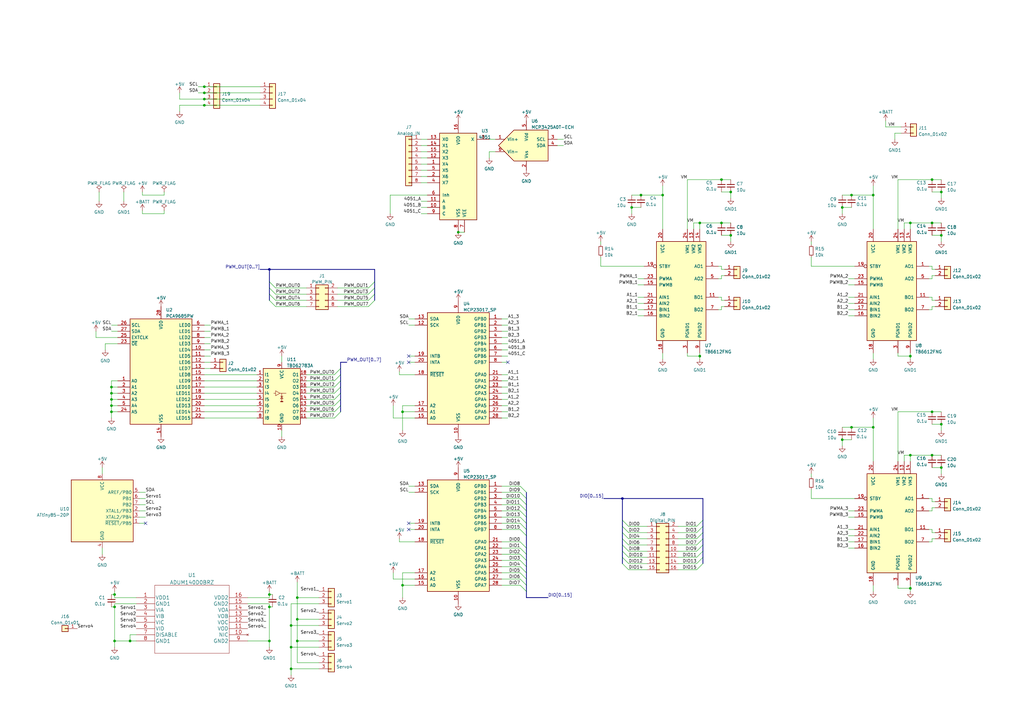
<source format=kicad_sch>
(kicad_sch (version 20211123) (generator eeschema)
  (paper "A3")
  (title_block (title "BCRC Dev-Board") (date "2022-04-24") (company "Lazuly - @Lazuly_tech"))
  (junction (at 386.08 191.77))
  (junction (at 45.72 166.37))
  (junction (at 255.27 204.47))
  (junction (at 386.08 96.52))
  (junction (at 165.1 168.91))
  (junction (at 295.91 73.66))
  (junction (at 121.92 245.11))
  (junction (at 83.82 43.18))
  (junction (at 262.89 80.01))
  (junction (at 121.92 254))
  (junction (at 373.38 186.69))
  (junction (at 382.27 91.44))
  (junction (at 119.38 274.32))
  (junction (at 373.38 91.44))
  (junction (at 121.92 262.89))
  (junction (at 287.02 91.44))
  (junction (at 259.08 85.09))
  (junction (at 386.08 173.99))
  (junction (at 299.72 78.74))
  (junction (at 45.72 163.83))
  (junction (at 349.25 80.01))
  (junction (at 345.44 85.09))
  (junction (at 110.49 110.49))
  (junction (at 373.38 241.3))
  (junction (at 53.34 262.89))
  (junction (at 345.44 180.34))
  (junction (at 295.91 91.44))
  (junction (at 46.99 243.84))
  (junction (at 110.49 248.92))
  (junction (at 287.02 146.05))
  (junction (at 382.27 168.91))
  (junction (at 187.96 95.25))
  (junction (at 373.38 146.05))
  (junction (at 358.14 175.26))
  (junction (at 271.78 80.01))
  (junction (at 110.49 262.89))
  (junction (at 46.99 262.89))
  (junction (at 299.72 96.52))
  (junction (at 382.27 73.66))
  (junction (at 45.72 158.75))
  (junction (at 358.14 80.01))
  (junction (at 165.1 240.03))
  (junction (at 83.82 38.1))
  (junction (at 45.72 168.91))
  (junction (at 46.99 248.92))
  (junction (at 349.25 175.26))
  (junction (at 83.82 40.64))
  (junction (at 119.38 265.43))
  (junction (at 386.08 78.74))
  (junction (at 110.49 243.84))
  (junction (at 119.38 256.54))
  (junction (at 45.72 161.29))
  (junction (at 382.27 186.69))
  (junction (at 83.82 35.56))
  (no_connect (at 59.69 214.63))
  (no_connect (at 167.64 217.17))
  (no_connect (at 167.64 148.59))
  (no_connect (at 167.64 146.05))
  (no_connect (at 167.64 214.63))
  (no_connect (at 208.28 148.59))
  (bus_entry (at 137.16 166.37) (size 2.54 -2.54))
  (bus_entry (at 137.16 168.91) (size 2.54 -2.54))
  (bus_entry (at 137.16 171.45) (size 2.54 -2.54))
  (bus_entry (at 137.16 153.67) (size 2.54 -2.54))
  (bus_entry (at 137.16 161.29) (size 2.54 -2.54))
  (bus_entry (at 137.16 163.83) (size 2.54 -2.54))
  (bus_entry (at 137.16 158.75) (size 2.54 -2.54))
  (bus_entry (at 137.16 156.21) (size 2.54 -2.54))
  (bus_entry (at 113.03 118.11) (size -2.54 -2.54))
  (bus_entry (at 113.03 120.65) (size -2.54 -2.54))
  (bus_entry (at 113.03 123.19) (size -2.54 -2.54))
  (bus_entry (at 113.03 125.73) (size -2.54 -2.54))
  (bus_entry (at 151.13 125.73) (size 2.54 -2.54))
  (bus_entry (at 151.13 123.19) (size 2.54 -2.54))
  (bus_entry (at 151.13 118.11) (size 2.54 -2.54))
  (bus_entry (at 151.13 120.65) (size 2.54 -2.54))
  (bus_entry (at 285.75 228.6) (size 2.54 -2.54))
  (bus_entry (at 285.75 223.52) (size 2.54 -2.54))
  (bus_entry (at 285.75 226.06) (size 2.54 -2.54))
  (bus_entry (at 285.75 231.14) (size 2.54 -2.54))
  (bus_entry (at 285.75 233.68) (size 2.54 -2.54))
  (bus_entry (at 285.75 220.98) (size 2.54 -2.54))
  (bus_entry (at 285.75 215.9) (size 2.54 -2.54))
  (bus_entry (at 285.75 218.44) (size 2.54 -2.54))
  (bus_entry (at 255.27 226.06) (size 2.54 2.54))
  (bus_entry (at 255.27 228.6) (size 2.54 2.54))
  (bus_entry (at 255.27 231.14) (size 2.54 2.54))
  (bus_entry (at 255.27 218.44) (size 2.54 2.54))
  (bus_entry (at 255.27 213.36) (size 2.54 2.54))
  (bus_entry (at 255.27 215.9) (size 2.54 2.54))
  (bus_entry (at 255.27 223.52) (size 2.54 2.54))
  (bus_entry (at 255.27 220.98) (size 2.54 2.54))
  (bus_entry (at 213.36 222.25) (size 2.54 2.54))
  (bus_entry (at 213.36 224.79) (size 2.54 2.54))
  (bus_entry (at 213.36 234.95) (size 2.54 2.54))
  (bus_entry (at 213.36 237.49) (size 2.54 2.54))
  (bus_entry (at 213.36 240.03) (size 2.54 2.54))
  (bus_entry (at 213.36 227.33) (size 2.54 2.54))
  (bus_entry (at 213.36 232.41) (size 2.54 2.54))
  (bus_entry (at 213.36 229.87) (size 2.54 2.54))
  (bus_entry (at 213.36 199.39) (size 2.54 2.54))
  (bus_entry (at 213.36 201.93) (size 2.54 2.54))
  (bus_entry (at 213.36 204.47) (size 2.54 2.54))
  (bus_entry (at 213.36 212.09) (size 2.54 2.54))
  (bus_entry (at 213.36 214.63) (size 2.54 2.54))
  (bus_entry (at 213.36 217.17) (size 2.54 2.54))
  (bus_entry (at 213.36 207.01) (size 2.54 2.54))
  (bus_entry (at 213.36 209.55) (size 2.54 2.54))
  (wire (pts (xy 172.72 57.15) (xy 175.26 57.15)))
  (wire (pts (xy 45.72 156.21) (xy 48.26 156.21)))
  (wire (pts (xy 295.91 127) (xy 295.91 125.73)))
  (wire (pts (xy 83.82 166.37) (xy 105.41 166.37)))
  (wire (pts (xy 382.27 208.28) (xy 383.54 208.28)))
  (wire (pts (xy 295.91 73.66) (xy 299.72 73.66)))
  (wire (pts (xy 347.98 124.46) (xy 350.52 124.46)))
  (wire (pts (xy 370.84 91.44) (xy 370.84 93.98)))
  (wire (pts (xy 45.72 166.37) (xy 48.26 166.37)))
  (bus (pts (xy 288.29 226.06) (xy 288.29 228.6)))
  (wire (pts (xy 347.98 209.55) (xy 350.52 209.55)))
  (wire (pts (xy 373.38 241.3) (xy 373.38 242.57)))
  (wire (pts (xy 138.43 125.73) (xy 151.13 125.73)))
  (wire (pts (xy 167.64 199.39) (xy 170.18 199.39)))
  (wire (pts (xy 370.84 186.69) (xy 370.84 189.23)))
  (wire (pts (xy 113.03 120.65) (xy 125.73 120.65)))
  (wire (pts (xy 261.62 127) (xy 264.16 127)))
  (wire (pts (xy 294.64 127) (xy 295.91 127)))
  (wire (pts (xy 125.73 171.45) (xy 137.16 171.45)))
  (wire (pts (xy 278.13 226.06) (xy 285.75 226.06)))
  (bus (pts (xy 255.27 215.9) (xy 255.27 213.36)))
  (wire (pts (xy 83.82 143.51) (xy 86.36 143.51)))
  (wire (pts (xy 115.57 176.53) (xy 115.57 179.07)))
  (wire (pts (xy 287.02 91.44) (xy 287.02 93.98)))
  (wire (pts (xy 368.3 73.66) (xy 368.3 93.98)))
  (wire (pts (xy 347.98 224.79) (xy 350.52 224.79)))
  (bus (pts (xy 288.29 215.9) (xy 288.29 218.44)))
  (wire (pts (xy 101.6 262.89) (xy 110.49 262.89)))
  (wire (pts (xy 205.74 222.25) (xy 213.36 222.25)))
  (wire (pts (xy 205.74 138.43) (xy 208.28 138.43)))
  (bus (pts (xy 288.29 204.47) (xy 288.29 213.36)))
  (wire (pts (xy 382.27 218.44) (xy 383.54 218.44)))
  (wire (pts (xy 119.38 256.54) (xy 130.81 256.54)))
  (wire (pts (xy 261.62 121.92) (xy 264.16 121.92)))
  (wire (pts (xy 200.66 57.15) (xy 203.2 57.15)))
  (wire (pts (xy 41.91 224.79) (xy 41.91 227.33)))
  (wire (pts (xy 121.92 262.89) (xy 130.81 262.89)))
  (wire (pts (xy 121.92 245.11) (xy 130.81 245.11)))
  (bus (pts (xy 153.67 118.11) (xy 153.67 115.57)))
  (wire (pts (xy 119.38 274.32) (xy 119.38 276.86)))
  (bus (pts (xy 255.27 213.36) (xy 255.27 204.47)))
  (wire (pts (xy 349.25 85.09) (xy 345.44 85.09)))
  (wire (pts (xy 165.1 234.95) (xy 165.1 240.03)))
  (wire (pts (xy 172.72 85.09) (xy 175.26 85.09)))
  (wire (pts (xy 358.14 144.78) (xy 358.14 147.32)))
  (wire (pts (xy 381 217.17) (xy 382.27 217.17)))
  (wire (pts (xy 101.6 247.65) (xy 110.49 247.65)))
  (wire (pts (xy 83.82 138.43) (xy 86.36 138.43)))
  (wire (pts (xy 205.74 212.09) (xy 213.36 212.09)))
  (wire (pts (xy 347.98 217.17) (xy 350.52 217.17)))
  (wire (pts (xy 278.13 215.9) (xy 285.75 215.9)))
  (wire (pts (xy 160.02 80.01) (xy 175.26 80.01)))
  (wire (pts (xy 281.94 73.66) (xy 295.91 73.66)))
  (wire (pts (xy 373.38 186.69) (xy 373.38 189.23)))
  (wire (pts (xy 382.27 127) (xy 382.27 125.73)))
  (wire (pts (xy 121.92 262.89) (xy 121.92 254)))
  (wire (pts (xy 278.13 220.98) (xy 285.75 220.98)))
  (wire (pts (xy 294.64 114.3) (xy 295.91 114.3)))
  (bus (pts (xy 255.27 226.06) (xy 255.27 223.52)))
  (wire (pts (xy 45.72 243.84) (xy 46.99 243.84)))
  (wire (pts (xy 83.82 43.18) (xy 106.68 43.18)))
  (wire (pts (xy 381 109.22) (xy 382.27 109.22)))
  (wire (pts (xy 57.15 204.47) (xy 59.69 204.47)))
  (wire (pts (xy 138.43 120.65) (xy 151.13 120.65)))
  (bus (pts (xy 215.9 237.49) (xy 215.9 240.03)))
  (wire (pts (xy 205.74 227.33) (xy 213.36 227.33)))
  (wire (pts (xy 205.74 146.05) (xy 208.28 146.05)))
  (wire (pts (xy 382.27 73.66) (xy 386.08 73.66)))
  (wire (pts (xy 205.74 232.41) (xy 213.36 232.41)))
  (wire (pts (xy 261.62 114.3) (xy 264.16 114.3)))
  (wire (pts (xy 281.94 73.66) (xy 281.94 93.98)))
  (bus (pts (xy 153.67 120.65) (xy 153.67 118.11)))
  (wire (pts (xy 332.74 105.41) (xy 332.74 109.22)))
  (wire (pts (xy 294.64 109.22) (xy 295.91 109.22)))
  (wire (pts (xy 110.49 243.84) (xy 110.49 242.57)))
  (wire (pts (xy 172.72 67.31) (xy 175.26 67.31)))
  (wire (pts (xy 55.88 260.35) (xy 53.34 260.35)))
  (wire (pts (xy 265.43 231.14) (xy 257.81 231.14)))
  (wire (pts (xy 43.18 140.97) (xy 48.26 140.97)))
  (wire (pts (xy 368.3 146.05) (xy 373.38 146.05)))
  (wire (pts (xy 205.74 234.95) (xy 213.36 234.95)))
  (bus (pts (xy 215.9 224.79) (xy 215.9 227.33)))
  (wire (pts (xy 83.82 168.91) (xy 105.41 168.91)))
  (wire (pts (xy 287.02 146.05) (xy 287.02 144.78)))
  (bus (pts (xy 139.7 158.75) (xy 139.7 156.21)))
  (wire (pts (xy 363.22 52.07) (xy 363.22 49.53)))
  (wire (pts (xy 58.42 87.63) (xy 67.31 87.63)))
  (wire (pts (xy 347.98 212.09) (xy 350.52 212.09)))
  (wire (pts (xy 205.74 207.01) (xy 213.36 207.01)))
  (wire (pts (xy 83.82 163.83) (xy 105.41 163.83)))
  (wire (pts (xy 295.91 78.74) (xy 299.72 78.74)))
  (wire (pts (xy 58.42 80.01) (xy 58.42 78.74)))
  (wire (pts (xy 205.74 168.91) (xy 208.28 168.91)))
  (wire (pts (xy 119.38 265.43) (xy 119.38 274.32)))
  (bus (pts (xy 215.9 209.55) (xy 215.9 212.09)))
  (wire (pts (xy 110.49 247.65) (xy 110.49 248.92)))
  (wire (pts (xy 81.28 38.1) (xy 83.82 38.1)))
  (wire (pts (xy 165.1 240.03) (xy 165.1 245.11)))
  (wire (pts (xy 167.64 146.05) (xy 170.18 146.05)))
  (wire (pts (xy 382.27 109.22) (xy 382.27 110.49)))
  (wire (pts (xy 265.43 233.68) (xy 257.81 233.68)))
  (wire (pts (xy 284.48 91.44) (xy 287.02 91.44)))
  (wire (pts (xy 382.27 222.25) (xy 382.27 220.98)))
  (wire (pts (xy 165.1 240.03) (xy 170.18 240.03)))
  (wire (pts (xy 57.15 212.09) (xy 59.69 212.09)))
  (wire (pts (xy 382.27 91.44) (xy 386.08 91.44)))
  (wire (pts (xy 295.91 113.03) (xy 297.18 113.03)))
  (bus (pts (xy 215.9 212.09) (xy 215.9 214.63)))
  (bus (pts (xy 247.65 204.47) (xy 255.27 204.47)))
  (wire (pts (xy 50.8 78.74) (xy 50.8 82.55)))
  (wire (pts (xy 386.08 191.77) (xy 386.08 194.31)))
  (wire (pts (xy 167.64 130.81) (xy 170.18 130.81)))
  (wire (pts (xy 382.27 113.03) (xy 383.54 113.03)))
  (wire (pts (xy 41.91 191.77) (xy 41.91 194.31)))
  (wire (pts (xy 358.14 80.01) (xy 349.25 80.01)))
  (wire (pts (xy 46.99 262.89) (xy 53.34 262.89)))
  (wire (pts (xy 228.6 57.15) (xy 231.14 57.15)))
  (wire (pts (xy 382.27 114.3) (xy 382.27 113.03)))
  (wire (pts (xy 53.34 260.35) (xy 53.34 262.89)))
  (wire (pts (xy 382.27 205.74) (xy 383.54 205.74)))
  (wire (pts (xy 382.27 220.98) (xy 383.54 220.98)))
  (wire (pts (xy 172.72 74.93) (xy 175.26 74.93)))
  (wire (pts (xy 278.13 218.44) (xy 285.75 218.44)))
  (wire (pts (xy 368.3 168.91) (xy 368.3 189.23)))
  (wire (pts (xy 138.43 118.11) (xy 151.13 118.11)))
  (bus (pts (xy 215.9 242.57) (xy 215.9 245.11)))
  (wire (pts (xy 205.74 140.97) (xy 208.28 140.97)))
  (wire (pts (xy 73.66 40.64) (xy 73.66 38.1)))
  (wire (pts (xy 295.91 121.92) (xy 295.91 123.19)))
  (wire (pts (xy 205.74 163.83) (xy 208.28 163.83)))
  (bus (pts (xy 215.9 219.71) (xy 215.9 224.79)))
  (wire (pts (xy 121.92 254) (xy 121.92 245.11)))
  (bus (pts (xy 110.49 120.65) (xy 110.49 123.19)))
  (wire (pts (xy 163.83 222.25) (xy 170.18 222.25)))
  (wire (pts (xy 386.08 173.99) (xy 386.08 176.53)))
  (wire (pts (xy 200.66 62.23) (xy 200.66 64.77)))
  (wire (pts (xy 382.27 125.73) (xy 383.54 125.73)))
  (wire (pts (xy 110.49 248.92) (xy 111.76 248.92)))
  (bus (pts (xy 153.67 115.57) (xy 153.67 110.49)))
  (wire (pts (xy 205.74 166.37) (xy 208.28 166.37)))
  (bus (pts (xy 215.9 240.03) (xy 215.9 242.57)))
  (bus (pts (xy 255.27 218.44) (xy 255.27 215.9)))
  (bus (pts (xy 288.29 218.44) (xy 288.29 220.98)))
  (wire (pts (xy 83.82 151.13) (xy 86.36 151.13)))
  (wire (pts (xy 332.74 200.66) (xy 332.74 204.47)))
  (wire (pts (xy 281.94 144.78) (xy 281.94 146.05)))
  (wire (pts (xy 101.6 245.11) (xy 110.49 245.11)))
  (wire (pts (xy 43.18 140.97) (xy 43.18 143.51)))
  (wire (pts (xy 295.91 109.22) (xy 295.91 110.49)))
  (wire (pts (xy 119.38 274.32) (xy 130.81 274.32)))
  (wire (pts (xy 373.38 186.69) (xy 382.27 186.69)))
  (wire (pts (xy 172.72 62.23) (xy 175.26 62.23)))
  (wire (pts (xy 261.62 116.84) (xy 264.16 116.84)))
  (wire (pts (xy 45.72 248.92) (xy 46.99 248.92)))
  (wire (pts (xy 172.72 82.55) (xy 175.26 82.55)))
  (wire (pts (xy 205.74 204.47) (xy 213.36 204.47)))
  (wire (pts (xy 121.92 271.78) (xy 121.92 262.89)))
  (wire (pts (xy 205.74 171.45) (xy 208.28 171.45)))
  (wire (pts (xy 373.38 91.44) (xy 382.27 91.44)))
  (wire (pts (xy 67.31 80.01) (xy 58.42 80.01)))
  (wire (pts (xy 57.15 214.63) (xy 59.69 214.63)))
  (wire (pts (xy 167.64 201.93) (xy 170.18 201.93)))
  (wire (pts (xy 165.1 234.95) (xy 170.18 234.95)))
  (wire (pts (xy 246.38 99.06) (xy 246.38 100.33)))
  (wire (pts (xy 45.72 158.75) (xy 45.72 161.29)))
  (wire (pts (xy 121.92 238.76) (xy 121.92 245.11)))
  (wire (pts (xy 205.74 135.89) (xy 208.28 135.89)))
  (wire (pts (xy 67.31 78.74) (xy 67.31 80.01)))
  (wire (pts (xy 278.13 231.14) (xy 285.75 231.14)))
  (wire (pts (xy 381 114.3) (xy 382.27 114.3)))
  (wire (pts (xy 125.73 153.67) (xy 137.16 153.67)))
  (wire (pts (xy 58.42 86.36) (xy 58.42 87.63)))
  (bus (pts (xy 215.9 232.41) (xy 215.9 234.95)))
  (wire (pts (xy 83.82 40.64) (xy 106.68 40.64)))
  (wire (pts (xy 381 209.55) (xy 382.27 209.55)))
  (bus (pts (xy 215.9 227.33) (xy 215.9 229.87)))
  (wire (pts (xy 373.38 146.05) (xy 373.38 147.32)))
  (wire (pts (xy 39.37 138.43) (xy 48.26 138.43)))
  (wire (pts (xy 205.74 158.75) (xy 208.28 158.75)))
  (wire (pts (xy 205.74 199.39) (xy 213.36 199.39)))
  (wire (pts (xy 262.89 80.01) (xy 259.08 80.01)))
  (bus (pts (xy 215.9 229.87) (xy 215.9 232.41)))
  (wire (pts (xy 83.82 43.18) (xy 73.66 43.18)))
  (wire (pts (xy 265.43 223.52) (xy 257.81 223.52)))
  (wire (pts (xy 119.38 256.54) (xy 119.38 265.43)))
  (wire (pts (xy 345.44 180.34) (xy 345.44 182.88)))
  (wire (pts (xy 295.91 125.73) (xy 297.18 125.73)))
  (wire (pts (xy 205.74 133.35) (xy 208.28 133.35)))
  (wire (pts (xy 45.72 166.37) (xy 45.72 168.91)))
  (wire (pts (xy 382.27 78.74) (xy 386.08 78.74)))
  (wire (pts (xy 138.43 123.19) (xy 151.13 123.19)))
  (wire (pts (xy 358.14 171.45) (xy 358.14 175.26)))
  (wire (pts (xy 332.74 204.47) (xy 350.52 204.47)))
  (wire (pts (xy 45.72 156.21) (xy 45.72 158.75)))
  (wire (pts (xy 299.72 78.74) (xy 299.72 81.28)))
  (wire (pts (xy 347.98 116.84) (xy 350.52 116.84)))
  (wire (pts (xy 228.6 59.69) (xy 231.14 59.69)))
  (wire (pts (xy 205.74 156.21) (xy 208.28 156.21)))
  (wire (pts (xy 161.29 171.45) (xy 170.18 171.45)))
  (wire (pts (xy 110.49 248.92) (xy 110.49 262.89)))
  (wire (pts (xy 271.78 80.01) (xy 262.89 80.01)))
  (wire (pts (xy 55.88 245.11) (xy 46.99 245.11)))
  (wire (pts (xy 203.2 62.23) (xy 200.66 62.23)))
  (wire (pts (xy 83.82 156.21) (xy 105.41 156.21)))
  (wire (pts (xy 287.02 146.05) (xy 287.02 147.32)))
  (wire (pts (xy 265.43 220.98) (xy 257.81 220.98)))
  (wire (pts (xy 259.08 85.09) (xy 259.08 87.63)))
  (wire (pts (xy 347.98 114.3) (xy 350.52 114.3)))
  (bus (pts (xy 215.9 245.11) (xy 224.79 245.11)))
  (bus (pts (xy 153.67 123.19) (xy 153.67 120.65)))
  (wire (pts (xy 381 127) (xy 382.27 127)))
  (bus (pts (xy 139.7 168.91) (xy 139.7 166.37)))
  (wire (pts (xy 165.1 166.37) (xy 165.1 168.91)))
  (bus (pts (xy 215.9 217.17) (xy 215.9 219.71)))
  (wire (pts (xy 113.03 125.73) (xy 125.73 125.73)))
  (bus (pts (xy 255.27 231.14) (xy 255.27 228.6)))
  (wire (pts (xy 113.03 118.11) (xy 125.73 118.11)))
  (wire (pts (xy 167.64 214.63) (xy 170.18 214.63)))
  (bus (pts (xy 215.9 207.01) (xy 215.9 209.55)))
  (wire (pts (xy 53.34 262.89) (xy 55.88 262.89)))
  (wire (pts (xy 125.73 168.91) (xy 137.16 168.91)))
  (wire (pts (xy 205.74 148.59) (xy 208.28 148.59)))
  (wire (pts (xy 205.74 161.29) (xy 208.28 161.29)))
  (wire (pts (xy 381 222.25) (xy 382.27 222.25)))
  (wire (pts (xy 295.91 123.19) (xy 297.18 123.19)))
  (wire (pts (xy 121.92 271.78) (xy 130.81 271.78)))
  (wire (pts (xy 125.73 161.29) (xy 137.16 161.29)))
  (wire (pts (xy 368.3 240.03) (xy 368.3 241.3)))
  (wire (pts (xy 125.73 163.83) (xy 137.16 163.83)))
  (wire (pts (xy 119.38 265.43) (xy 130.81 265.43)))
  (wire (pts (xy 45.72 135.89) (xy 48.26 135.89)))
  (wire (pts (xy 373.38 241.3) (xy 373.38 240.03)))
  (wire (pts (xy 205.74 224.79) (xy 213.36 224.79)))
  (wire (pts (xy 332.74 109.22) (xy 350.52 109.22)))
  (bus (pts (xy 255.27 220.98) (xy 255.27 218.44)))
  (wire (pts (xy 67.31 87.63) (xy 67.31 86.36)))
  (wire (pts (xy 370.84 186.69) (xy 373.38 186.69)))
  (wire (pts (xy 83.82 135.89) (xy 86.36 135.89)))
  (wire (pts (xy 205.74 201.93) (xy 213.36 201.93)))
  (wire (pts (xy 45.72 158.75) (xy 48.26 158.75)))
  (wire (pts (xy 369.57 54.61) (xy 367.03 54.61)))
  (wire (pts (xy 119.38 247.65) (xy 119.38 256.54)))
  (wire (pts (xy 246.38 109.22) (xy 264.16 109.22)))
  (wire (pts (xy 345.44 85.09) (xy 345.44 87.63)))
  (bus (pts (xy 139.7 153.67) (xy 139.7 151.13)))
  (bus (pts (xy 139.7 161.29) (xy 139.7 158.75)))
  (bus (pts (xy 110.49 110.49) (xy 153.67 110.49)))
  (wire (pts (xy 278.13 233.68) (xy 285.75 233.68)))
  (wire (pts (xy 261.62 129.54) (xy 264.16 129.54)))
  (wire (pts (xy 83.82 140.97) (xy 86.36 140.97)))
  (wire (pts (xy 172.72 72.39) (xy 175.26 72.39)))
  (wire (pts (xy 115.57 146.05) (xy 115.57 148.59)))
  (wire (pts (xy 130.81 247.65) (xy 119.38 247.65)))
  (wire (pts (xy 368.3 241.3) (xy 373.38 241.3)))
  (wire (pts (xy 39.37 135.89) (xy 39.37 138.43)))
  (wire (pts (xy 161.29 237.49) (xy 161.29 234.95)))
  (wire (pts (xy 381 121.92) (xy 382.27 121.92)))
  (wire (pts (xy 163.83 220.98) (xy 163.83 222.25)))
  (bus (pts (xy 288.29 220.98) (xy 288.29 223.52)))
  (wire (pts (xy 46.99 247.65) (xy 46.99 248.92)))
  (wire (pts (xy 83.82 161.29) (xy 105.41 161.29)))
  (wire (pts (xy 373.38 91.44) (xy 373.38 93.98)))
  (wire (pts (xy 45.72 163.83) (xy 48.26 163.83)))
  (wire (pts (xy 83.82 148.59) (xy 86.36 148.59)))
  (wire (pts (xy 382.27 168.91) (xy 386.08 168.91)))
  (wire (pts (xy 358.14 240.03) (xy 358.14 242.57)))
  (wire (pts (xy 83.82 133.35) (xy 86.36 133.35)))
  (bus (pts (xy 139.7 156.21) (xy 139.7 153.67)))
  (wire (pts (xy 381 204.47) (xy 382.27 204.47)))
  (wire (pts (xy 83.82 171.45) (xy 105.41 171.45)))
  (wire (pts (xy 382.27 123.19) (xy 383.54 123.19)))
  (bus (pts (xy 139.7 151.13) (xy 139.7 148.59)))
  (bus (pts (xy 288.29 223.52) (xy 288.29 226.06)))
  (wire (pts (xy 358.14 175.26) (xy 358.14 189.23)))
  (wire (pts (xy 57.15 207.01) (xy 59.69 207.01)))
  (wire (pts (xy 205.74 229.87) (xy 213.36 229.87)))
  (wire (pts (xy 81.28 35.56) (xy 83.82 35.56)))
  (wire (pts (xy 45.72 168.91) (xy 48.26 168.91)))
  (wire (pts (xy 386.08 78.74) (xy 386.08 81.28)))
  (wire (pts (xy 83.82 35.56) (xy 106.68 35.56)))
  (wire (pts (xy 265.43 226.06) (xy 257.81 226.06)))
  (wire (pts (xy 287.02 91.44) (xy 295.91 91.44)))
  (wire (pts (xy 205.74 217.17) (xy 213.36 217.17)))
  (wire (pts (xy 382.27 110.49) (xy 383.54 110.49)))
  (wire (pts (xy 163.83 153.67) (xy 170.18 153.67)))
  (wire (pts (xy 205.74 143.51) (xy 208.28 143.51)))
  (wire (pts (xy 73.66 43.18) (xy 73.66 45.72)))
  (wire (pts (xy 386.08 96.52) (xy 386.08 99.06)))
  (wire (pts (xy 382.27 217.17) (xy 382.27 218.44)))
  (wire (pts (xy 165.1 168.91) (xy 170.18 168.91)))
  (wire (pts (xy 332.74 99.06) (xy 332.74 100.33)))
  (wire (pts (xy 367.03 54.61) (xy 367.03 57.15)))
  (wire (pts (xy 347.98 219.71) (xy 350.52 219.71)))
  (wire (pts (xy 45.72 168.91) (xy 45.72 171.45)))
  (wire (pts (xy 370.84 91.44) (xy 373.38 91.44)))
  (wire (pts (xy 167.64 133.35) (xy 170.18 133.35)))
  (wire (pts (xy 382.27 209.55) (xy 382.27 208.28)))
  (wire (pts (xy 110.49 245.11) (xy 110.49 243.84)))
  (bus (pts (xy 215.9 234.95) (xy 215.9 237.49)))
  (wire (pts (xy 121.92 254) (xy 130.81 254)))
  (wire (pts (xy 382.27 173.99) (xy 386.08 173.99)))
  (wire (pts (xy 299.72 96.52) (xy 299.72 99.06)))
  (bus (pts (xy 288.29 213.36) (xy 288.29 215.9)))
  (bus (pts (xy 110.49 110.49) (xy 110.49 115.57)))
  (wire (pts (xy 373.38 146.05) (xy 373.38 144.78)))
  (wire (pts (xy 45.72 133.35) (xy 48.26 133.35)))
  (wire (pts (xy 347.98 127) (xy 350.52 127)))
  (wire (pts (xy 125.73 166.37) (xy 137.16 166.37)))
  (wire (pts (xy 45.72 161.29) (xy 48.26 161.29)))
  (wire (pts (xy 294.64 121.92) (xy 295.91 121.92)))
  (wire (pts (xy 205.74 209.55) (xy 213.36 209.55)))
  (bus (pts (xy 288.29 228.6) (xy 288.29 231.14)))
  (wire (pts (xy 265.43 228.6) (xy 257.81 228.6)))
  (wire (pts (xy 83.82 146.05) (xy 86.36 146.05)))
  (wire (pts (xy 261.62 124.46) (xy 264.16 124.46)))
  (wire (pts (xy 358.14 76.2) (xy 358.14 80.01)))
  (wire (pts (xy 83.82 40.64) (xy 73.66 40.64)))
  (bus (pts (xy 215.9 214.63) (xy 215.9 217.17)))
  (wire (pts (xy 205.74 237.49) (xy 213.36 237.49)))
  (wire (pts (xy 382.27 204.47) (xy 382.27 205.74)))
  (wire (pts (xy 163.83 152.4) (xy 163.83 153.67)))
  (wire (pts (xy 46.99 265.43) (xy 46.99 262.89)))
  (wire (pts (xy 165.1 166.37) (xy 170.18 166.37)))
  (wire (pts (xy 349.25 175.26) (xy 345.44 175.26)))
  (wire (pts (xy 172.72 87.63) (xy 175.26 87.63)))
  (wire (pts (xy 160.02 80.01) (xy 160.02 87.63)))
  (bus (pts (xy 110.49 115.57) (xy 110.49 118.11)))
  (wire (pts (xy 368.3 73.66) (xy 382.27 73.66)))
  (bus (pts (xy 255.27 228.6) (xy 255.27 226.06)))
  (wire (pts (xy 167.64 148.59) (xy 170.18 148.59)))
  (wire (pts (xy 382.27 191.77) (xy 386.08 191.77)))
  (wire (pts (xy 187.96 95.25) (xy 190.5 95.25)))
  (wire (pts (xy 278.13 223.52) (xy 285.75 223.52)))
  (wire (pts (xy 161.29 166.37) (xy 161.29 171.45)))
  (wire (pts (xy 110.49 243.84) (xy 111.76 243.84)))
  (wire (pts (xy 205.74 214.63) (xy 213.36 214.63)))
  (wire (pts (xy 172.72 59.69) (xy 175.26 59.69)))
  (wire (pts (xy 265.43 218.44) (xy 257.81 218.44)))
  (wire (pts (xy 265.43 215.9) (xy 257.81 215.9)))
  (wire (pts (xy 368.3 144.78) (xy 368.3 146.05)))
  (wire (pts (xy 347.98 129.54) (xy 350.52 129.54)))
  (wire (pts (xy 271.78 144.78) (xy 271.78 147.32)))
  (wire (pts (xy 172.72 69.85) (xy 175.26 69.85)))
  (wire (pts (xy 349.25 80.01) (xy 345.44 80.01)))
  (bus (pts (xy 255.27 223.52) (xy 255.27 220.98)))
  (wire (pts (xy 125.73 158.75) (xy 137.16 158.75)))
  (wire (pts (xy 246.38 105.41) (xy 246.38 109.22)))
  (wire (pts (xy 347.98 121.92) (xy 350.52 121.92)))
  (wire (pts (xy 382.27 121.92) (xy 382.27 123.19)))
  (wire (pts (xy 358.14 80.01) (xy 358.14 93.98)))
  (wire (pts (xy 278.13 228.6) (xy 285.75 228.6)))
  (wire (pts (xy 57.15 201.93) (xy 59.69 201.93)))
  (wire (pts (xy 262.89 85.09) (xy 259.08 85.09)))
  (bus (pts (xy 139.7 163.83) (xy 139.7 161.29)))
  (wire (pts (xy 40.64 78.74) (xy 40.64 82.55)))
  (wire (pts (xy 172.72 64.77) (xy 175.26 64.77)))
  (wire (pts (xy 281.94 146.05) (xy 287.02 146.05)))
  (wire (pts (xy 271.78 76.2) (xy 271.78 80.01)))
  (wire (pts (xy 295.91 96.52) (xy 299.72 96.52)))
  (wire (pts (xy 83.82 158.75) (xy 105.41 158.75)))
  (wire (pts (xy 113.03 123.19) (xy 125.73 123.19)))
  (wire (pts (xy 271.78 80.01) (xy 271.78 93.98)))
  (wire (pts (xy 358.14 175.26) (xy 349.25 175.26)))
  (wire (pts (xy 161.29 237.49) (xy 170.18 237.49)))
  (wire (pts (xy 205.74 130.81) (xy 208.28 130.81)))
  (wire (pts (xy 347.98 222.25) (xy 350.52 222.25)))
  (wire (pts (xy 110.49 262.89) (xy 110.49 265.43)))
  (wire (pts (xy 55.88 247.65) (xy 46.99 247.65)))
  (wire (pts (xy 205.74 240.03) (xy 213.36 240.03)))
  (wire (pts (xy 382.27 96.52) (xy 386.08 96.52)))
  (wire (pts (xy 83.82 153.67) (xy 105.41 153.67)))
  (wire (pts (xy 382.27 186.69) (xy 386.08 186.69)))
  (wire (pts (xy 284.48 91.44) (xy 284.48 93.98)))
  (wire (pts (xy 57.15 209.55) (xy 59.69 209.55)))
  (wire (pts (xy 363.22 52.07) (xy 369.57 52.07)))
  (wire (pts (xy 349.25 180.34) (xy 345.44 180.34)))
  (wire (pts (xy 83.82 38.1) (xy 106.68 38.1)))
  (bus (pts (xy 106.68 110.49) (xy 110.49 110.49)))
  (wire (pts (xy 46.99 245.11) (xy 46.99 243.84)))
  (bus (pts (xy 139.7 166.37) (xy 139.7 163.83)))
  (wire (pts (xy 295.91 91.44) (xy 299.72 91.44)))
  (wire (pts (xy 125.73 156.21) (xy 137.16 156.21)))
  (wire (pts (xy 45.72 161.29) (xy 45.72 163.83)))
  (bus (pts (xy 139.7 148.59) (xy 142.24 148.59)))
  (bus (pts (xy 110.49 118.11) (xy 110.49 120.65)))
  (wire (pts (xy 165.1 168.91) (xy 165.1 176.53)))
  (wire (pts (xy 45.72 163.83) (xy 45.72 166.37)))
  (wire (pts (xy 295.91 110.49) (xy 297.18 110.49)))
  (bus (pts (xy 255.27 204.47) (xy 288.29 204.47)))
  (wire (pts (xy 295.91 114.3) (xy 295.91 113.03)))
  (wire (pts (xy 46.99 248.92) (xy 46.99 262.89)))
  (bus (pts (xy 215.9 204.47) (xy 215.9 207.01)))
  (wire (pts (xy 205.74 153.67) (xy 208.28 153.67)))
  (wire (pts (xy 46.99 243.84) (xy 46.99 242.57)))
  (wire (pts (xy 332.74 194.31) (xy 332.74 195.58)))
  (wire (pts (xy 368.3 168.91) (xy 382.27 168.91)))
  (wire (pts (xy 167.64 217.17) (xy 170.18 217.17)))
  (bus (pts (xy 215.9 201.93) (xy 215.9 204.47)))
  (label "VM" (at 368.3 73.66 180))
  (label "Servo4" (at 55.88 257.81 180))
  (label "DIO3" (at 285.75 218.44 180))
  (label "Servo1" (at 55.88 250.19 180))
  (label "PWMA_1" (at 261.62 114.3 180))
  (label "PWM_OUT0" (at 127 153.67 0))
  (label "DIO14" (at 213.36 214.63 180))
  (label "A1_1" (at 261.62 121.92 180))
  (label "PWM_OUT4" (at 127 163.83 0))
  (label "DIO6" (at 257.81 223.52 0))
  (label "SDA" (at 167.64 130.81 180))
  (label "A2_3" (at 347.98 219.71 180))
  (label "VM" (at 367.03 52.07 180))
  (label "B2_2" (at 347.98 129.54 180))
  (label "PWMB_1" (at 86.36 135.89 0))
  (label "B2_1" (at 261.62 129.54 180))
  (label "4051_A" (at 172.72 82.55 180))
  (label "DIO12" (at 213.36 209.55 180))
  (label "A2_1" (at 261.62 124.46 180))
  (label "B2_3" (at 347.98 224.79 180))
  (label "VM" (at 370.84 91.44 180))
  (label "Servo2" (at 59.69 209.55 0))
  (label "A2_3" (at 208.28 133.35 0))
  (label "B1_2" (at 347.98 127 180))
  (label "A1_2" (at 347.98 121.92 180))
  (label "DIO11" (at 285.75 228.6 180))
  (label "DIO1" (at 285.75 215.9 180))
  (label "PWM_OUT3" (at 140.8697 120.65 0))
  (label "PWM_OUT7" (at 127 171.45 0))
  (label "Servo3" (at 59.69 212.09 0))
  (label "4051_C" (at 172.72 87.63 180))
  (label "DIO13" (at 213.36 212.09 180))
  (label "DIO13" (at 285.75 231.14 180))
  (label "VM" (at 284.48 91.44 180))
  (label "4051_B" (at 172.72 85.09 180))
  (label "DIO5" (at 213.36 234.95 180))
  (label "VM" (at 281.94 73.66 180))
  (label "PWMB_3" (at 86.36 146.05 0))
  (label "DIO[0..15]" (at 247.65 204.47 180))
  (label "PWM_OUT2" (at 127.1003 158.75 0))
  (label "DIO15" (at 213.36 217.17 180))
  (label "DIO8" (at 213.36 199.39 180))
  (label "PWM_OUT0" (at 123.19 118.11 180))
  (label "Servo1_" (at 101.6 250.19 0))
  (label "PWMB_2" (at 86.36 140.97 0))
  (label "PWMB_3" (at 347.98 212.09 180))
  (label "SDA" (at 231.14 59.69 0))
  (label "B1_1" (at 261.62 127 180))
  (label "DIO3" (at 213.36 229.87 180))
  (label "PWMA_2" (at 86.36 138.43 0))
  (label "SCL" (at 167.64 201.93 180))
  (label "4051_A" (at 208.28 140.97 0))
  (label "PWM_OUT2" (at 123.19 120.65 180))
  (label "SCL" (at 231.14 57.15 0))
  (label "DIO11" (at 213.36 207.01 180))
  (label "A2_1" (at 208.28 156.21 0))
  (label "DIO7" (at 213.36 240.03 180))
  (label "DIO7" (at 285.75 223.52 180))
  (label "DIO15" (at 285.75 233.68 180))
  (label "PWM_OUT5" (at 127 166.37 0))
  (label "DIO0" (at 213.36 222.25 180))
  (label "PWM_OUT7" (at 140.97 125.73 0))
  (label "VM" (at 368.3 168.91 180))
  (label "Servo4" (at 31.75 257.81 0))
  (label "DIO6" (at 213.36 237.49 180))
  (label "A1_3" (at 347.98 217.17 180))
  (label "B2_3" (at 208.28 138.43 0))
  (label "PWMA_3" (at 347.98 209.55 180))
  (label "4051_B" (at 208.28 143.51 0))
  (label "SDA" (at 59.69 201.93 0))
  (label "DIO1" (at 213.36 224.79 180))
  (label "DIO10" (at 213.36 204.47 180))
  (label "PWMA_2" (at 347.98 114.3 180))
  (label "PWM_OUT1" (at 127 156.21 0))
  (label "B1_3" (at 347.98 222.25 180))
  (label "PWM_OUT6" (at 126.9349 168.91 0))
  (label "A1_3" (at 208.28 130.81 0))
  (label "SCL" (at 81.28 35.56 180))
  (label "DIO4" (at 213.36 232.41 180))
  (label "DIO9" (at 213.36 201.93 180))
  (label "DIO4" (at 257.81 220.98 0))
  (label "DIO10" (at 257.81 228.6 0))
  (label "DIO[0..15]" (at 224.79 245.11 0))
  (label "Servo3" (at 55.88 255.27 180))
  (label "PWM_OUT6" (at 123.19 125.73 180))
  (label "PWM_OUT5" (at 140.97 123.19 0))
  (label "DIO12" (at 257.81 231.14 0))
  (label "SCL" (at 167.64 133.35 180))
  (label "SCL" (at 59.69 207.01 0))
  (label "A1_2" (at 208.28 163.83 0))
  (label "SDA" (at 167.64 199.39 180))
  (label "DIO0" (at 257.81 215.9 0))
  (label "PWM_OUT3" (at 127 161.29 0))
  (label "PWMA_1" (at 86.36 133.35 0))
  (label "Servo3_" (at 101.6 255.27 0))
  (label "DIO2" (at 213.36 227.33 180))
  (label "PWMB_1" (at 261.62 116.84 180))
  (label "B1_3" (at 208.28 135.89 0))
  (label "Servo4_" (at 130.81 269.24 180))
  (label "DIO8" (at 257.81 226.06 0))
  (label "PWMB_2" (at 347.98 116.84 180))
  (label "B1_1" (at 208.28 158.75 0))
  (label "A2_2" (at 347.98 124.46 180))
  (label "PWMA_3" (at 86.36 143.51 0))
  (label "Servo1" (at 59.69 204.47 0))
  (label "B1_2" (at 208.28 168.91 0))
  (label "B2_2" (at 208.28 171.45 0))
  (label "Servo4_" (at 101.6 257.81 0))
  (label "Servo2" (at 55.88 252.73 180))
  (label "PWM_OUT1" (at 140.97 118.11 0))
  (label "DIO14" (at 257.81 233.68 0))
  (label "PWM_OUT[0..7]" (at 142.24 148.59 0))
  (label "Servo1_" (at 130.81 242.57 180))
  (label "A1_1" (at 208.28 153.67 0))
  (label "B2_1" (at 208.28 161.29 0))
  (label "Servo2_" (at 130.81 251.46 180))
  (label "PWM_OUT[0..7]" (at 106.68 110.49 180))
  (label "PWM_OUT4" (at 123.19 123.19 180))
  (label "VM" (at 370.84 186.69 180))
  (label "Servo2_" (at 101.6 252.73 0))
  (label "SCL" (at 45.72 133.35 180))
  (label "A2_2" (at 208.28 166.37 0))
  (label "SDA" (at 81.28 38.1 180))
  (label "SDA" (at 45.72 135.89 180))
  (label "DIO9" (at 285.75 226.06 180))
  (label "DIO2" (at 257.81 218.44 0))
  (label "4051_C" (at 208.28 146.05 0))
  (label "DIO5" (at 285.75 220.98 180))
  (label "Servo3_" (at 130.81 260.35 180))
  (symbol (lib_id "Device:C_Small") (at 382.27 76.2 0) (unit 1)
    (property "Reference" "C13" (at 375.92 74.93 0) (effects (justify left)))
    (property "Value" "0.1u" (at 375.92 77.4669 0) (effects (justify left)))
    (property "Footprint" "Capacitor_SMD:C_0603_1608Metric_Pad1.08x0.95mm_HandSolder" (effects hide))
  )
  (symbol (lib_id "Connector_Generic:Conn_01x02") (at 302.26 123.19 0) (unit 1)
    (property "Reference" "J10" (at 304.292 123.6253 0) (effects (justify left)))
    (property "Value" "Conn_01x02" (at 304.292 126.1622 0) (effects (justify left)))
    (property "Footprint" "Connector_JST:JST_XH_B2B-XH-A_1x02_P2.50mm_Vertical" (effects hide))
  )
  (symbol (lib_id "Connector_Generic:Conn_01x02") (at 388.62 218.44 0) (unit 1)
    (property "Reference" "J15" (at 390.652 218.8753 0) (effects (justify left)))
    (property "Value" "Conn_01x02" (at 390.652 221.4122 0) (effects (justify left)))
    (property "Footprint" "Connector_JST:JST_XH_B2B-XH-A_1x02_P2.50mm_Vertical" (effects hide))
  )
  (symbol (lib_id "Connector_Generic:Conn_01x03") (at 135.89 254 0) (unit 1)
    (property "Reference" "J4" (at 137.922 253.1653 0) (effects (justify left)))
    (property "Value" "Servo2" (at 137.922 255.7022 0) (effects (justify left)))
    (property "Footprint" "Connector_PinHeader_2.54mm:PinHeader_1x03_P2.54mm_Vertical" (effects hide))
  )
  (symbol (lib_id "power:GND") (at 41.91 227.33 0) (unit 1)
    (property "Reference" "#PWR021" (effects hide))
    (property "Value" "GND" (at 41.91 231.7734 0))
  )
  (symbol (lib_id "power:GND1") (at 386.08 99.06 0) (unit 1)
    (property "Reference" "#PWR056" (effects hide))
    (property "Value" "GND1" (at 386.08 103.5034 0))
  )
  (symbol (lib_id "power:+5V") (at 161.29 166.37 0) (unit 1)
    (property "Reference" "#PWR020" (effects hide))
    (property "Value" "+5V" (at 161.29 162.7942 0))
  )
  (symbol (lib_id "power:GND1") (at 50.8 82.55 0) (unit 1)
    (property "Reference" "#PWR0102" (effects hide))
    (property "Value" "GND1" (at 50.8 86.9934 0))
  )
  (symbol (lib_id "power:+5V") (at 358.14 171.45 0) (unit 1)
    (property "Reference" "#PWR049" (effects hide))
    (property "Value" "+5V" (at 358.14 167.8742 0))
  )
  (symbol (lib_id "Connector_Generic:Conn_01x04") (at 88.9 38.1 0) (unit 1)
    (property "Reference" "J19" (at 90.932 38.5353 0) (effects (justify left)))
    (property "Value" "Conn_01x04" (at 90.932 41.0722 0) (effects (justify left)))
    (property "Footprint" "Connector:NS-Tech_Grove_1x04_P2mm_Vertical" (effects hide))
  )
  (symbol (lib_id "Connector_Generic:Conn_01x03") (at 135.89 271.78 0) (unit 1)
    (property "Reference" "J6" (at 137.922 270.9453 0) (effects (justify left)))
    (property "Value" "Servo4" (at 137.922 273.4822 0) (effects (justify left)))
    (property "Footprint" "Connector_PinHeader_2.54mm:PinHeader_1x03_P2.54mm_Vertical" (effects hide))
  )
  (symbol (lib_id "Device:C_Small") (at 382.27 93.98 0) (unit 1)
    (property "Reference" "C14" (at 375.92 92.71 0) (effects (justify left)))
    (property "Value" "0.1u" (at 375.92 95.2469 0) (effects (justify left)))
    (property "Footprint" "Capacitor_SMD:C_0603_1608Metric_Pad1.08x0.95mm_HandSolder" (effects hide))
  )
  (symbol (lib_id "power:PWR_FLAG") (at 67.31 78.74 0) (unit 1)
    (property "Reference" "#FLG02" (effects hide))
    (property "Value" "PWR_FLAG" (at 67.31 75.1642 0))
  )
  (symbol (lib_id "Device:R_Small") (at 332.74 102.87 0) (unit 1)
    (property "Reference" "R15" (at 334.2386 102.0353 0) (effects (justify left)))
    (property "Value" "10k" (at 334.2386 104.5722 0) (effects (justify left)))
    (property "Footprint" "Resistor_SMD:R_0805_2012Metric_Pad1.20x1.40mm_HandSolder" (effects hide))
  )
  (symbol (lib_id "power:GND1") (at 373.38 242.57 0) (unit 1)
    (property "Reference" "#PWR054" (effects hide))
    (property "Value" "GND1" (at 373.38 247.0134 0))
  )
  (symbol (lib_id "Device:C_Small") (at 262.89 82.55 0) (mirror y) (unit 1)
    (property "Reference" "C4" (at 269.24 81.28 0) (effects (justify left)))
    (property "Value" "0.1u" (at 269.24 83.8169 0) (effects (justify left)))
    (property "Footprint" "Capacitor_SMD:C_0603_1608Metric_Pad1.08x0.95mm_HandSolder" (effects hide))
  )
  (symbol (lib_id "Connector_Generic:Conn_02x08_Odd_Even") (at 270.51 223.52 0) (unit 1)
    (property "Reference" "J8" (at 271.78 210.9302 0))
    (property "Value" "Digital_PIN" (at 271.78 213.4671 0))
    (property "Footprint" "Connector_PinSocket_2.54mm:PinSocket_2x08_P2.54mm_Vertical" (effects hide))
  )
  (symbol (lib_id "Connector_Generic:Conn_01x03") (at 135.89 262.89 0) (unit 1)
    (property "Reference" "J5" (at 137.922 262.0553 0) (effects (justify left)))
    (property "Value" "Servo3" (at 137.922 264.5922 0) (effects (justify left)))
    (property "Footprint" "Connector_PinHeader_2.54mm:PinHeader_1x03_P2.54mm_Vertical" (effects hide))
  )
  (symbol (lib_id "power:GND") (at 215.9 69.85 0) (unit 1)
    (property "Reference" "#PWR035" (effects hide))
    (property "Value" "GND" (at 215.9 74.2934 0))
  )
  (symbol (lib_id "power:+BATT") (at 363.22 49.53 0) (unit 1)
    (property "Reference" "#PWR051" (effects hide))
    (property "Value" "+BATT" (at 363.22 45.9542 0))
  )
  (symbol (lib_id "Connector_Generic:Conn_01x02") (at 302.26 110.49 0) (unit 1)
    (property "Reference" "J9" (at 304.292 110.9253 0) (effects (justify left)))
    (property "Value" "Conn_01x02" (at 304.292 113.4622 0) (effects (justify left)))
    (property "Footprint" "Connector_JST:JST_XH_B2B-XH-A_1x02_P2.50mm_Vertical" (effects hide))
  )
  (symbol (lib_id "power:GND") (at 46.99 265.43 0) (unit 1)
    (property "Reference" "#PWR05" (effects hide))
    (property "Value" "GND" (at 46.99 269.8734 0))
  )
  (symbol (lib_id "power:GND") (at 66.04 179.07 0) (unit 1)
    (property "Reference" "#PWR014" (effects hide))
    (property "Value" "GND" (at 66.04 183.5134 0))
  )
  (symbol (lib_id "power:+5V") (at 246.38 99.06 0) (unit 1)
    (property "Reference" "#PWR036" (effects hide))
    (property "Value" "+5V" (at 246.38 95.4842 0))
  )
  (symbol (lib_id "power:GND") (at 187.96 179.07 0) (unit 1)
    (property "Reference" "#PWR030" (effects hide))
    (property "Value" "GND" (at 187.96 183.5134 0))
  )
  (symbol (lib_id "power:GND1") (at 386.08 176.53 0) (unit 1)
    (property "Reference" "#PWR057" (effects hide))
    (property "Value" "GND1" (at 386.08 180.9734 0))
  )
  (symbol (lib_id "Transistor_Array:TBD62783A") (at 115.57 161.29 0) (unit 1)
    (property "Reference" "U11" (at 117.5894 147.4302 0) (effects (justify left)))
    (property "Value" "TBD62783A" (at 117.5894 149.9671 0) (effects (justify left)))
    (property "Footprint" "Package_SO:SOP-18_7x12.5mm_P1.27mm" (effects hide))
    (property "Datasheet" "http://toshiba.semicon-storage.com/info/docget.jsp?did=30523&prodName=TBD62783APG" (effects hide))
  )
  (symbol (lib_id "power:+5V") (at 73.66 38.1 0) (unit 1)
    (property "Reference" "#PWR01" (effects hide))
    (property "Value" "+5V" (at 73.66 34.5242 0))
  )
  (symbol (lib_id "Driver_Motor:TB6612FNG") (at 365.76 119.38 0) (unit 1)
    (property "Reference" "U8" (at 375.3994 141.7304 0) (effects (justify left)))
    (property "Value" "TB6612FNG" (at 375.3994 144.2673 0) (effects (justify left)))
    (property "Footprint" "Package_SO:SSOP-24_5.3x8.2mm_P0.65mm" (effects hide))
    (property "Datasheet" "https://toshiba.semicon-storage.com/us/product/linear/motordriver/detail.TB6612FNG.html" (effects hide))
  )
  (symbol (lib_id "power:GND") (at 43.18 143.51 0) (unit 1)
    (property "Reference" "#PWR012" (effects hide))
    (property "Value" "GND" (at 43.18 147.9534 0))
  )
  (symbol (lib_id "power:+5V") (at 163.83 152.4 0) (unit 1)
    (property "Reference" "#PWR025" (effects hide))
    (property "Value" "+5V" (at 163.83 148.8242 0))
  )
  (symbol (lib_id "power:GND") (at 165.1 245.11 0) (unit 1)
    (property "Reference" "#PWR061" (effects hide))
    (property "Value" "GND" (at 165.1 249.5534 0))
  )
  (symbol (lib_id "Device:C_Small") (at 386.08 76.2 0) (unit 1)
    (property "Reference" "C17" (at 388.4041 75.3716 0) (effects (justify left)))
    (property "Value" "10u" (at 388.4041 77.9085 0) (effects (justify left)))
    (property "Footprint" "Capacitor_SMD:C_0603_1608Metric_Pad1.08x0.95mm_HandSolder" (effects hide))
  )
  (symbol (lib_id "Device:C_Small") (at 345.44 82.55 0) (mirror y) (unit 1)
    (property "Reference" "C9" (at 343.1159 81.7216 0) (effects (justify left)))
    (property "Value" "10u" (at 343.1159 84.2585 0) (effects (justify left)))
    (property "Footprint" "Capacitor_SMD:C_0603_1608Metric_Pad1.08x0.95mm_HandSolder" (effects hide))
  )
  (symbol (lib_id "power:+5V") (at 332.74 99.06 0) (unit 1)
    (property "Reference" "#PWR043" (effects hide))
    (property "Value" "+5V" (at 332.74 95.4842 0))
  )
  (symbol (lib_id "power:PWR_FLAG") (at 67.31 86.36 0) (unit 1)
    (property "Reference" "#FLG0101" (effects hide))
    (property "Value" "PWR_FLAG" (at 67.31 82.7842 0))
  )
  (symbol (lib_id "power:GND") (at 187.96 247.65 0) (unit 1)
    (property "Reference" "#PWR032" (effects hide))
    (property "Value" "GND" (at 187.96 252.0934 0))
  )
  (symbol (lib_id "power:+5V") (at 58.42 78.74 0) (unit 1)
    (property "Reference" "#PWR08" (effects hide))
    (property "Value" "+5V" (at 58.42 75.1642 0))
  )
  (symbol (lib_id "Connector_Generic:Conn_01x02") (at 374.65 52.07 0) (unit 1)
    (property "Reference" "J11" (at 376.682 52.5053 0) (effects (justify left)))
    (property "Value" "Conn_01x02" (at 376.682 55.0422 0) (effects (justify left)))
    (property "Footprint" "Connector_JST:JST_XH_B2B-XH-A_1x02_P2.50mm_Vertical" (effects hide))
  )
  (symbol (lib_id "Device:C_Small") (at 382.27 171.45 0) (unit 1)
    (property "Reference" "C15" (at 375.92 170.18 0) (effects (justify left)))
    (property "Value" "0.1u" (at 375.92 172.7169 0) (effects (justify left)))
    (property "Footprint" "Capacitor_SMD:C_0603_1608Metric_Pad1.08x0.95mm_HandSolder" (effects hide))
  )
  (symbol (lib_id "power:+5V") (at 187.96 191.77 0) (unit 1)
    (property "Reference" "#PWR031" (effects hide))
    (property "Value" "+5V" (at 187.96 188.1942 0))
  )
  (symbol (lib_id "power:GND") (at 259.08 87.63 0) (unit 1)
    (property "Reference" "#PWR037" (effects hide))
    (property "Value" "GND" (at 259.08 92.0734 0))
  )
  (symbol (lib_id "power:GND") (at 165.1 176.53 0) (unit 1)
    (property "Reference" "#PWR023" (effects hide))
    (property "Value" "GND" (at 165.1 180.9734 0))
  )
  (symbol (lib_id "Device:C_Small") (at 386.08 171.45 0) (unit 1)
    (property "Reference" "C19" (at 388.4041 170.6216 0) (effects (justify left)))
    (property "Value" "10u" (at 388.4041 173.1585 0) (effects (justify left)))
    (property "Footprint" "Capacitor_SMD:C_0603_1608Metric_Pad1.08x0.95mm_HandSolder" (effects hide))
  )
  (symbol (lib_id "power:GND") (at 115.57 179.07 0) (unit 1)
    (property "Reference" "#PWR0104" (effects hide))
    (property "Value" "GND" (at 115.57 183.5134 0))
  )
  (symbol (lib_id "power:+5V") (at 187.96 49.53 0) (unit 1)
    (property "Reference" "#PWR027" (effects hide))
    (property "Value" "+5V" (at 187.96 45.9542 0))
  )
  (symbol (lib_id "4xxx:4051") (at 187.96 72.39 0) (unit 1)
    (property "Reference" "U3" (at 198.8404 53.6916 0))
    (property "Value" "4051" (at 198.8404 56.2285 0))
    (property "Footprint" "Package_DIP:DIP-16_W7.62mm_LongPads" (effects hide))
    (property "Datasheet" "http://www.intersil.com/content/dam/Intersil/documents/cd40/cd4051bms-52bms-53bms.pdf" (effects hide))
  )
  (symbol (lib_id "Connector_Generic:Conn_02x04_Odd_Even") (at 130.81 120.65 0) (unit 1)
    (property "Reference" "J1" (at 132.08 113.1402 0))
    (property "Value" "PWM_PIN" (at 132.08 115.6771 0))
    (property "Footprint" "Connector_PinSocket_2.54mm:PinSocket_2x04_P2.54mm_Vertical" (effects hide))
  )
  (symbol (lib_id "power:+5V") (at 358.14 76.2 0) (unit 1)
    (property "Reference" "#PWR047" (effects hide))
    (property "Value" "+5V" (at 358.14 72.6242 0))
  )
  (symbol (lib_id "Driver_Motor:TB6612FNG") (at 365.76 214.63 0) (unit 1)
    (property "Reference" "U9" (at 375.3994 236.9804 0) (effects (justify left)))
    (property "Value" "TB6612FNG" (at 375.3994 239.5173 0) (effects (justify left)))
    (property "Footprint" "Package_SO:SSOP-24_5.3x8.2mm_P0.65mm" (effects hide))
    (property "Datasheet" "https://toshiba.semicon-storage.com/us/product/linear/motordriver/detail.TB6612FNG.html" (effects hide))
  )
  (symbol (lib_id "power:GND1") (at 386.08 81.28 0) (unit 1)
    (property "Reference" "#PWR055" (effects hide))
    (property "Value" "GND1" (at 386.08 85.7234 0))
  )
  (symbol (lib_id "Connector_Generic:Conn_01x04") (at 111.76 38.1 0) (unit 1)
    (property "Reference" "J17" (at 113.792 38.5353 0) (effects (justify left)))
    (property "Value" "Conn_01x04" (at 113.792 41.0722 0) (effects (justify left)))
    (property "Footprint" "Connector_PinSocket_2.54mm:PinSocket_1x04_P2.54mm_Vertical" (effects hide))
  )
  (symbol (lib_id "Driver_LED:PCA9685PW") (at 66.04 151.13 0) (unit 1)
    (property "Reference" "U2" (at 68.0594 127.1102 0) (effects (justify left)))
    (property "Value" "PCA9685PW" (at 68.0594 129.6471 0) (effects (justify left)))
    (property "Footprint" "Package_SO:TSSOP-28_4.4x9.7mm_P0.65mm" (effects hide))
    (property "Datasheet" "http://www.nxp.com/documents/data_sheet/PCA9685.pdf" (effects hide))
  )
  (symbol (lib_id "Device:C_Small") (at 382.27 189.23 0) (unit 1)
    (property "Reference" "C16" (at 375.92 187.96 0) (effects (justify left)))
    (property "Value" "0.1u" (at 375.92 190.4969 0) (effects (justify left)))
    (property "Footprint" "Capacitor_SMD:C_0603_1608Metric_Pad1.08x0.95mm_HandSolder" (effects hide))
  )
  (symbol (lib_id "power:GND") (at 73.66 45.72 0) (unit 1)
    (property "Reference" "#PWR03" (effects hide))
    (property "Value" "GND" (at 73.66 50.1634 0))
  )
  (symbol (lib_id "Device:C_Small") (at 299.72 93.98 0) (unit 1)
    (property "Reference" "C8" (at 302.0441 93.1516 0) (effects (justify left)))
    (property "Value" "10u" (at 302.0441 95.6885 0) (effects (justify left)))
    (property "Footprint" "Capacitor_SMD:C_0603_1608Metric_Pad1.08x0.95mm_HandSolder" (effects hide))
  )
  (symbol (lib_id "power:+5V") (at 115.57 146.05 0) (unit 1)
    (property "Reference" "#PWR0103" (effects hide))
    (property "Value" "+5V" (at 115.57 142.4742 0))
  )
  (symbol (lib_id "power:+5V") (at 41.91 191.77 0) (unit 1)
    (property "Reference" "#PWR07" (effects hide))
    (property "Value" "+5V" (at 41.91 188.1942 0))
  )
  (symbol (lib_id "power:GND") (at 45.72 171.45 0) (unit 1)
    (property "Reference" "#PWR010" (effects hide))
    (property "Value" "GND" (at 45.72 175.8934 0))
  )
  (symbol (lib_id "power:GND") (at 271.78 147.32 0) (unit 1)
    (property "Reference" "#PWR039" (effects hide))
    (property "Value" "GND" (at 271.78 151.7634 0))
  )
  (symbol (lib_id "Device:C_Small") (at 295.91 76.2 0) (unit 1)
    (property "Reference" "C5" (at 289.56 74.93 0) (effects (justify left)))
    (property "Value" "0.1u" (at 289.56 77.4669 0) (effects (justify left)))
    (property "Footprint" "Capacitor_SMD:C_0603_1608Metric_Pad1.08x0.95mm_HandSolder" (effects hide))
  )
  (symbol (lib_id "power:+BATT") (at 58.42 86.36 0) (unit 1)
    (property "Reference" "#PWR0101" (effects hide))
    (property "Value" "+BATT" (at 58.42 82.7842 0))
  )
  (symbol (lib_id "Device:C_Small") (at 259.08 82.55 0) (mirror y) (unit 1)
    (property "Reference" "C3" (at 256.7559 81.7216 0) (effects (justify left)))
    (property "Value" "10u" (at 256.7559 84.2585 0) (effects (justify left)))
    (property "Footprint" "Capacitor_SMD:C_0603_1608Metric_Pad1.08x0.95mm_HandSolder" (effects hide))
  )
  (symbol (lib_id "power:PWR_FLAG") (at 40.64 78.74 0) (unit 1)
    (property "Reference" "#FLG01" (effects hide))
    (property "Value" "PWR_FLAG" (at 40.64 75.1642 0))
  )
  (symbol (lib_id "power:+5V") (at 271.78 76.2 0) (unit 1)
    (property "Reference" "#PWR038" (effects hide))
    (property "Value" "+5V" (at 271.78 72.6242 0))
  )
  (symbol (lib_id "power:+5V") (at 46.99 242.57 0) (unit 1)
    (property "Reference" "#PWR04" (effects hide))
    (property "Value" "+5V" (at 46.99 238.9942 0))
  )
  (symbol (lib_id "Device:C_Small") (at 345.44 177.8 0) (mirror y) (unit 1)
    (property "Reference" "C10" (at 343.1159 176.9716 0) (effects (justify left)))
    (property "Value" "10u" (at 343.1159 179.5085 0) (effects (justify left)))
    (property "Footprint" "Capacitor_SMD:C_0603_1608Metric_Pad1.08x0.95mm_HandSolder" (effects hide))
  )
  (symbol (lib_id "Interface_Expansion:MCP23017_SP") (at 187.96 219.71 0) (unit 1)
    (property "Reference" "U5" (at 189.9794 193.1502 0) (effects (justify left)))
    (property "Value" "MCP23017_SP" (at 189.9794 195.6871 0) (effects (justify left)))
    (property "Footprint" "Package_DIP:DIP-28_W7.62mm" (effects hide))
    (property "Datasheet" "http://ww1.microchip.com/downloads/en/DeviceDoc/20001952C.pdf" (effects hide))
  )
  (symbol (lib_id "power:+5V") (at 161.29 234.95 0) (unit 1)
    (property "Reference" "#PWR060" (effects hide))
    (property "Value" "+5V" (at 161.29 231.3742 0))
  )
  (symbol (lib_id "Device:R_Small") (at 332.74 198.12 0) (unit 1)
    (property "Reference" "R16" (at 334.2386 197.2853 0) (effects (justify left)))
    (property "Value" "10k" (at 334.2386 199.8222 0) (effects (justify left)))
    (property "Footprint" "Resistor_SMD:R_0805_2012Metric_Pad1.20x1.40mm_HandSolder" (effects hide))
  )
  (symbol (lib_id "power:GND") (at 187.96 95.25 0) (unit 1)
    (property "Reference" "#PWR028" (effects hide))
    (property "Value" "GND" (at 187.96 99.6934 0))
  )
  (symbol (lib_id "power:PWR_FLAG") (at 50.8 78.74 0) (unit 1)
    (property "Reference" "#FLG0102" (effects hide))
    (property "Value" "PWR_FLAG" (at 50.8 75.1642 0))
  )
  (symbol (lib_id "power:GND1") (at 119.38 276.86 0) (unit 1)
    (property "Reference" "#PWR017" (effects hide))
    (property "Value" "GND1" (at 119.38 281.3034 0))
  )
  (symbol (lib_id "Connector_Generic:Conn_01x01") (at 26.67 257.81 180) (unit 1)
    (property "Reference" "J16" (at 26.67 252.8402 0))
    (property "Value" "Conn_01x01" (at 26.67 255.3771 0))
    (property "Footprint" "Connector_PinSocket_2.54mm:PinSocket_1x01_P2.54mm_Vertical" (effects hide))
  )
  (symbol (lib_id "Connector_Generic:Conn_01x02") (at 388.62 205.74 0) (unit 1)
    (property "Reference" "J14" (at 390.652 206.1753 0) (effects (justify left)))
    (property "Value" "Conn_01x02" (at 390.652 208.7122 0) (effects (justify left)))
    (property "Footprint" "Connector_JST:JST_XH_B2B-XH-A_1x02_P2.50mm_Vertical" (effects hide))
  )
  (symbol (lib_id "power:+5V") (at 187.96 123.19 0) (unit 1)
    (property "Reference" "#PWR029" (effects hide))
    (property "Value" "+5V" (at 187.96 119.6142 0))
  )
  (symbol (lib_id "power:+5V") (at 332.74 194.31 0) (unit 1)
    (property "Reference" "#PWR044" (effects hide))
    (property "Value" "+5V" (at 332.74 190.7342 0))
  )
  (symbol (lib_id "power:GND1") (at 367.03 57.15 0) (unit 1)
    (property "Reference" "#PWR052" (effects hide))
    (property "Value" "GND1" (at 367.03 61.5934 0))
  )
  (symbol (lib_id "Device:C_Small") (at 299.72 76.2 0) (unit 1)
    (property "Reference" "C7" (at 302.0441 75.3716 0) (effects (justify left)))
    (property "Value" "10u" (at 302.0441 77.9085 0) (effects (justify left)))
    (property "Footprint" "Capacitor_SMD:C_0603_1608Metric_Pad1.08x0.95mm_HandSolder" (effects hide))
  )
  (symbol (lib_id "Connector_Generic:Conn_01x03") (at 135.89 245.11 0) (unit 1)
    (property "Reference" "J3" (at 137.922 244.2753 0) (effects (justify left)))
    (property "Value" "Servo1" (at 137.922 246.8122 0) (effects (justify left)))
    (property "Footprint" "Connector_PinHeader_2.54mm:PinHeader_1x03_P2.54mm_Vertical" (effects hide))
  )
  (symbol (lib_id "Connector_Generic:Conn_01x08") (at 167.64 64.77 0) (mirror y) (unit 1)
    (property "Reference" "J7" (at 167.64 52.1802 0))
    (property "Value" "Analog_IN" (at 167.64 54.7171 0))
    (property "Footprint" "Connector_PinSocket_2.54mm:PinSocket_1x08_P2.54mm_Vertical" (effects hide))
  )
  (symbol (lib_id "power:GND1") (at 373.38 147.32 0) (unit 1)
    (property "Reference" "#PWR053" (effects hide))
    (property "Value" "GND1" (at 373.38 151.7634 0))
  )
  (symbol (lib_id "power:GND1") (at 299.72 99.06 0) (unit 1)
    (property "Reference" "#PWR042" (effects hide))
    (property "Value" "GND1" (at 299.72 103.5034 0))
  )
  (symbol (lib_id "Interface_Expansion:MCP23017_SP") (at 187.96 151.13 0) (unit 1)
    (property "Reference" "U4" (at 189.9794 124.5702 0) (effects (justify left)))
    (property "Value" "MCP23017_SP" (at 189.9794 127.1071 0) (effects (justify left)))
    (property "Footprint" "Package_DIP:DIP-28_W7.62mm" (effects hide))
    (property "Datasheet" "http://ww1.microchip.com/downloads/en/DeviceDoc/20001952C.pdf" (effects hide))
  )
  (symbol (lib_id "MCU_Microchip_ATtiny:ATtiny85-20P") (at 41.91 209.55 0) (unit 1)
    (property "Reference" "U10" (at 28.448 208.7153 0) (effects (justify right)))
    (property "Value" "ATtiny85-20P" (at 28.448 211.2522 0) (effects (justify right)))
    (property "Footprint" "Package_DIP:DIP-8_W7.62mm" (effects hide))
    (property "Datasheet" "http://ww1.microchip.com/downloads/en/DeviceDoc/atmel-2586-avr-8-bit-microcontroller-attiny25-attiny45-attiny85_datasheet.pdf" (effects hide))
  )
  (symbol (lib_id "power:GND") (at 345.44 87.63 0) (unit 1)
    (property "Reference" "#PWR045" (effects hide))
    (property "Value" "GND" (at 345.44 92.0734 0))
  )
  (symbol (lib_id "Connector_Generic:Conn_01x02") (at 388.62 110.49 0) (unit 1)
    (property "Reference" "J12" (at 390.652 110.9253 0) (effects (justify left)))
    (property "Value" "Conn_01x02" (at 390.652 113.4622 0) (effects (justify left)))
    (property "Footprint" "Connector_JST:JST_XH_B2B-XH-A_1x02_P2.50mm_Vertical" (effects hide))
  )
  (symbol (lib_id "power:+5V") (at 39.37 135.89 0) (unit 1)
    (property "Reference" "#PWR011" (effects hide))
    (property "Value" "+5V" (at 39.37 132.3142 0))
  )
  (symbol (lib_id "power:GND") (at 358.14 242.57 0) (unit 1)
    (property "Reference" "#PWR050" (effects hide))
    (property "Value" "GND" (at 358.14 247.0134 0))
  )
  (symbol (lib_id "power:GND1") (at 386.08 194.31 0) (unit 1)
    (property "Reference" "#PWR058" (effects hide))
    (property "Value" "GND1" (at 386.08 198.7534 0))
  )
  (symbol (lib_id "Connector_Generic:Conn_01x02") (at 91.44 148.59 0) (unit 1)
    (property "Reference" "J2" (at 93.472 149.0253 0) (effects (justify left)))
    (property "Value" "Conn_01x02" (at 93.472 151.5622 0) (effects (justify left)))
    (property "Footprint" "Connector_PinSocket_2.54mm:PinSocket_1x02_P2.54mm_Vertical" (effects hide))
  )
  (symbol (lib_id "Connector_Generic:Conn_01x02") (at 388.62 123.19 0) (unit 1)
    (property "Reference" "J13" (at 390.652 123.6253 0) (effects (justify left)))
    (property "Value" "Conn_01x02" (at 390.652 126.1622 0) (effects (justify left)))
    (property "Footprint" "Connector_JST:JST_XH_B2B-XH-A_1x02_P2.50mm_Vertical" (effects hide))
  )
  (symbol (lib_id "power:GND") (at 345.44 182.88 0) (unit 1)
    (property "Reference" "#PWR046" (effects hide))
    (property "Value" "GND" (at 345.44 187.3234 0))
  )
  (symbol (lib_id "Device:C_Small") (at 111.76 246.38 0) (mirror y) (unit 1)
    (property "Reference" "C2" (at 116.84 245.11 0) (effects (justify left)))
    (property "Value" "0.1u" (at 118.11 247.65 0) (effects (justify left)))
    (property "Footprint" "Capacitor_SMD:C_0603_1608Metric_Pad1.08x0.95mm_HandSolder" (effects hide))
  )
  (symbol (lib_id "Device:C_Small") (at 349.25 177.8 0) (mirror y) (unit 1)
    (property "Reference" "C12" (at 355.6 176.53 0) (effects (justify left)))
    (property "Value" "0.1u" (at 355.6 179.0669 0) (effects (justify left)))
    (property "Footprint" "Capacitor_SMD:C_0603_1608Metric_Pad1.08x0.95mm_HandSolder" (effects hide))
  )
  (symbol (lib_id "power:GND") (at 200.66 64.77 0) (unit 1)
    (property "Reference" "#PWR033" (effects hide))
    (property "Value" "GND" (at 200.66 69.2134 0))
  )
  (symbol (lib_id "power:+5V") (at 66.04 125.73 0) (unit 1)
    (property "Reference" "#PWR013" (effects hide))
    (property "Value" "+5V" (at 66.04 122.1542 0))
  )
  (symbol (lib_id "Device:C_Small") (at 45.72 246.38 0) (mirror y) (unit 1)
    (property "Reference" "C1" (at 43.18 245.11 0) (effects (justify left)))
    (property "Value" "0.1u" (at 43.18 247.65 0) (effects (justify left)))
    (property "Footprint" "Capacitor_SMD:C_0603_1608Metric_Pad1.08x0.95mm_HandSolder" (effects hide))
  )
  (symbol (lib_id "power:+BATT") (at 110.49 242.57 0) (unit 1)
    (property "Reference" "#PWR015" (effects hide))
    (property "Value" "+BATT" (at 110.49 238.9942 0))
  )
  (symbol (lib_id "power:+BATT") (at 121.92 238.76 0) (unit 1)
    (property "Reference" "#PWR018" (effects hide))
    (property "Value" "+BATT" (at 121.92 235.1842 0))
  )
  (symbol (lib_id "Driver_Motor:TB6612FNG") (at 279.4 119.38 0) (unit 1)
    (property "Reference" "U7" (at 289.0394 141.7304 0) (effects (justify left)))
    (property "Value" "TB6612FNG" (at 289.0394 144.2673 0) (effects (justify left)))
    (property "Footprint" "Package_SO:SSOP-24_5.3x8.2mm_P0.65mm" (effects hide))
    (property "Datasheet" "https://toshiba.semicon-storage.com/us/product/linear/motordriver/detail.TB6612FNG.html" (effects hide))
  )
  (symbol (lib_id "power:GND1") (at 299.72 81.28 0) (unit 1)
    (property "Reference" "#PWR041" (effects hide))
    (property "Value" "GND1" (at 299.72 85.7234 0))
  )
  (symbol (lib_id "power:GND1") (at 287.02 147.32 0) (unit 1)
    (property "Reference" "#PWR040" (effects hide))
    (property "Value" "GND1" (at 287.02 151.7634 0))
  )
  (symbol (lib_id "Device:R_Small") (at 246.38 102.87 0) (unit 1)
    (property "Reference" "R14" (at 247.8786 102.0353 0) (effects (justify left)))
    (property "Value" "10k" (at 247.8786 104.5722 0) (effects (justify left)))
    (property "Footprint" "Resistor_SMD:R_0805_2012Metric_Pad1.20x1.40mm_HandSolder" (effects hide))
  )
  (symbol (lib_id "power:+5V") (at 215.9 49.53 0) (unit 1)
    (property "Reference" "#PWR034" (effects hide))
    (property "Value" "+5V" (at 215.9 45.9542 0))
  )
  (symbol (lib_id "Analog_ADC:MCP3425A0T-ECH") (at 215.9 59.69 0) (unit 1)
    (property "Reference" "U6" (at 217.9194 49.6402 0) (effects (justify left)))
    (property "Value" "MCP3425A0T-ECH" (at 217.9194 52.1771 0) (effects (justify left)))
    (property "Footprint" "Package_TO_SOT_SMD:SOT-23-6_Handsoldering" (effects hide))
    (property "Datasheet" "http://ww1.microchip.com/downloads/en/DeviceDoc/22072b.pdf" (effects hide))
  )
  (symbol (lib_id "power:+5V") (at 163.83 220.98 0) (unit 1)
    (property "Reference" "#PWR026" (effects hide))
    (property "Value" "+5V" (at 163.83 217.4042 0))
  )
  (symbol (lib_id "ADUM140D0BRZ:ADUM140D0BRZ") (at 55.88 245.11 0) (unit 1)
    (property "Reference" "U1" (at 78.74 235.8824 0) (effects (font (size 1.524 1.524))))
    (property "Value" "ADUM140D0BRZ" (at 78.74 238.8758 0) (effects (font (size 1.524 1.524))))
    (property "Footprint" "ADUM140D0BRZ:ADUM140D0BRZ" (effects hide))
  )
  (symbol (lib_id "power:GND") (at 160.02 87.63 0) (unit 1)
    (property "Reference" "#PWR022" (effects hide))
    (property "Value" "GND" (at 160.02 92.0734 0))
  )
  (symbol (lib_id "Device:C_Small") (at 386.08 189.23 0) (unit 1)
    (property "Reference" "C20" (at 388.4041 188.4016 0) (effects (justify left)))
    (property "Value" "10u" (at 388.4041 190.9385 0) (effects (justify left)))
    (property "Footprint" "Capacitor_SMD:C_0603_1608Metric_Pad1.08x0.95mm_HandSolder" (effects hide))
  )
  (symbol (lib_id "Device:C_Small") (at 295.91 93.98 0) (unit 1)
    (property "Reference" "C6" (at 289.56 92.71 0) (effects (justify left)))
    (property "Value" "0.1u" (at 289.56 95.2469 0) (effects (justify left)))
    (property "Footprint" "Capacitor_SMD:C_0603_1608Metric_Pad1.08x0.95mm_HandSolder" (effects hide))
  )
  (symbol (lib_id "power:GND") (at 358.14 147.32 0) (unit 1)
    (property "Reference" "#PWR048" (effects hide))
    (property "Value" "GND" (at 358.14 151.7634 0))
  )
  (symbol (lib_id "power:GND") (at 40.64 82.55 0) (unit 1)
    (property "Reference" "#PWR02" (effects hide))
    (property "Value" "GND" (at 40.64 86.9934 0))
  )
  (symbol (lib_id "Device:C_Small") (at 349.25 82.55 0) (mirror y) (unit 1)
    (property "Reference" "C11" (at 355.6 81.28 0) (effects (justify left)))
    (property "Value" "0.1u" (at 355.6 83.8169 0) (effects (justify left)))
    (property "Footprint" "Capacitor_SMD:C_0603_1608Metric_Pad1.08x0.95mm_HandSolder" (effects hide))
  )
  (symbol (lib_id "power:GND1") (at 110.49 265.43 0) (unit 1)
    (property "Reference" "#PWR016" (effects hide))
    (property "Value" "GND1" (at 110.49 269.8734 0))
  )
  (symbol (lib_id "Device:C_Small") (at 386.08 93.98 0) (unit 1)
    (property "Reference" "C18" (at 388.4041 93.1516 0) (effects (justify left)))
    (property "Value" "10u" (at 388.4041 95.6885 0) (effects (justify left)))
    (property "Footprint" "Capacitor_SMD:C_0603_1608Metric_Pad1.08x0.95mm_HandSolder" (effects hide))
  )
)
</source>
